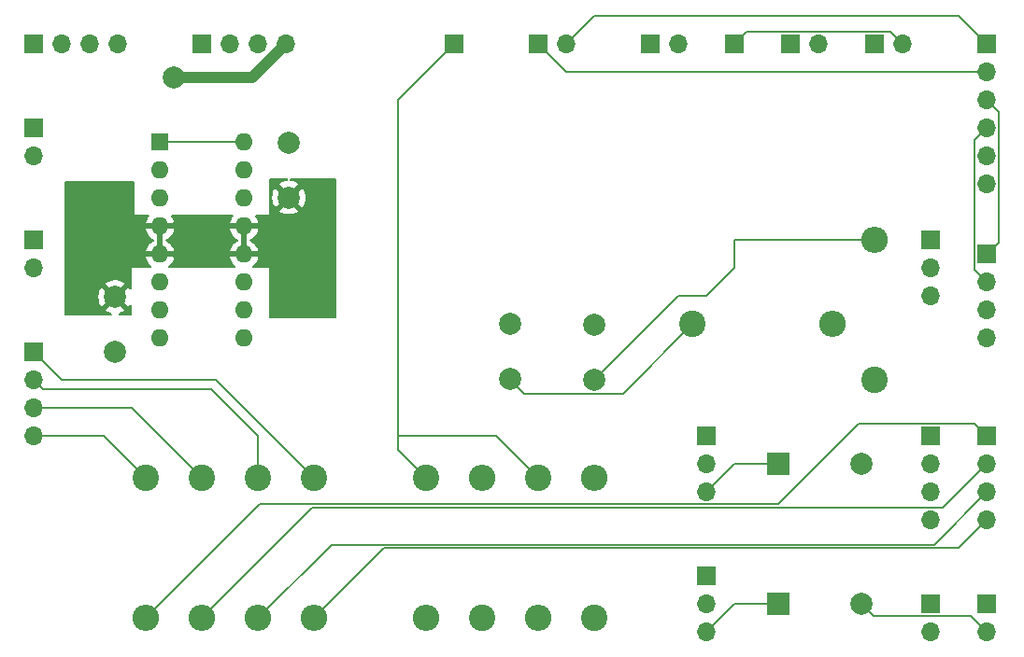
<source format=gbr>
%TF.GenerationSoftware,KiCad,Pcbnew,(7.0.0)*%
%TF.CreationDate,2023-04-26T12:46:46-05:00*%
%TF.ProjectId,test,74657374-2e6b-4696-9361-645f70636258,rev?*%
%TF.SameCoordinates,Original*%
%TF.FileFunction,Copper,L1,Top*%
%TF.FilePolarity,Positive*%
%FSLAX46Y46*%
G04 Gerber Fmt 4.6, Leading zero omitted, Abs format (unit mm)*
G04 Created by KiCad (PCBNEW (7.0.0)) date 2023-04-26 12:46:46*
%MOMM*%
%LPD*%
G01*
G04 APERTURE LIST*
%TA.AperFunction,ComponentPad*%
%ADD10R,1.700000X1.700000*%
%TD*%
%TA.AperFunction,ComponentPad*%
%ADD11O,1.700000X1.700000*%
%TD*%
%TA.AperFunction,ComponentPad*%
%ADD12C,2.000000*%
%TD*%
%TA.AperFunction,ComponentPad*%
%ADD13R,2.000000X2.000000*%
%TD*%
%TA.AperFunction,ComponentPad*%
%ADD14C,2.400000*%
%TD*%
%TA.AperFunction,ComponentPad*%
%ADD15O,2.400000X2.400000*%
%TD*%
%TA.AperFunction,ComponentPad*%
%ADD16R,1.600000X1.600000*%
%TD*%
%TA.AperFunction,ComponentPad*%
%ADD17O,1.600000X1.600000*%
%TD*%
%TA.AperFunction,ViaPad*%
%ADD18C,0.650000*%
%TD*%
%TA.AperFunction,ViaPad*%
%ADD19C,2.000000*%
%TD*%
%TA.AperFunction,Conductor*%
%ADD20C,0.152400*%
%TD*%
%TA.AperFunction,Conductor*%
%ADD21C,1.000000*%
%TD*%
G04 APERTURE END LIST*
D10*
%TO.P,J43,1,Pin_1*%
%TO.N,Net-(J11-Pin_2)*%
X160044999Y-64779999D03*
D11*
%TO.P,J43,2,Pin_2*%
%TO.N,Net-(J11-Pin_1)*%
X160044999Y-67319999D03*
%TO.P,J43,3,Pin_3*%
%TO.N,GND*%
X160044999Y-69859999D03*
%TO.P,J43,4,Pin_4*%
%TO.N,+5V*%
X160044999Y-72399999D03*
%TD*%
D12*
%TO.P,C5,1*%
%TO.N,GND*%
X81026000Y-68660000D03*
%TO.P,C5,2*%
%TO.N,VCC*%
X81026000Y-73660000D03*
%TD*%
D10*
%TO.P,J9,1,Pin_1*%
%TO.N,Net-(J9-Pin_1)*%
X160019999Y-81279999D03*
D11*
%TO.P,J9,2,Pin_2*%
%TO.N,Net-(J9-Pin_2)*%
X160019999Y-83819999D03*
%TO.P,J9,3,Pin_3*%
%TO.N,Net-(J9-Pin_3)*%
X160019999Y-86359999D03*
%TO.P,J9,4,Pin_4*%
%TO.N,Net-(J9-Pin_4)*%
X160019999Y-88899999D03*
%TD*%
D13*
%TO.P,C1,1*%
%TO.N,Net-(Q2-C)*%
X141162322Y-83819999D03*
D12*
%TO.P,C1,2*%
%TO.N,Net-(J3-Pin_2)*%
X148662323Y-83820000D03*
%TD*%
D10*
%TO.P,J7,1,Pin_1*%
%TO.N,Net-(J6-Pin_3)*%
X142239999Y-45719999D03*
D11*
%TO.P,J7,2,Pin_2*%
%TO.N,Net-(J6-Pin_1)*%
X144779999Y-45719999D03*
%TD*%
D10*
%TO.P,M1,1*%
%TO.N,Net-(U1-2Y)*%
X88899999Y-45719999D03*
D11*
%TO.P,M1,2,-*%
%TO.N,Net-(M1--)*%
X91439999Y-45719999D03*
%TO.P,M1,3*%
%TO.N,Net-(U1-4Y)*%
X93979999Y-45719999D03*
%TO.P,M1,4*%
%TO.N,Net-(U1-1Y)*%
X96519999Y-45719999D03*
%TD*%
D10*
%TO.P,J6,1,Pin_1*%
%TO.N,Net-(J6-Pin_1)*%
X154939999Y-63499999D03*
D11*
%TO.P,J6,2,Pin_2*%
%TO.N,+5V*%
X154939999Y-66039999D03*
%TO.P,J6,3,Pin_3*%
%TO.N,Net-(J6-Pin_3)*%
X154939999Y-68579999D03*
%TD*%
D14*
%TO.P,R2,1*%
%TO.N,Net-(J15-Pin_2)*%
X93980000Y-85090000D03*
D15*
%TO.P,R2,2*%
%TO.N,Net-(J9-Pin_3)*%
X93979999Y-97789999D03*
%TD*%
D14*
%TO.P,R3,1*%
%TO.N,Net-(J15-Pin_3)*%
X88900000Y-85090000D03*
D15*
%TO.P,R3,2*%
%TO.N,Net-(J9-Pin_2)*%
X88899999Y-97789999D03*
%TD*%
D10*
%TO.P,J3,1,Pin_1*%
%TO.N,GND*%
X154939999Y-96519999D03*
D11*
%TO.P,J3,2,Pin_2*%
%TO.N,Net-(J3-Pin_2)*%
X154939999Y-99059999D03*
%TD*%
D10*
%TO.P,J1,1,Pin_1*%
%TO.N,Net-(J1-Pin_1)*%
X73659999Y-45719999D03*
D11*
%TO.P,J1,2,Pin_2*%
%TO.N,Net-(J1-Pin_2)*%
X76199999Y-45719999D03*
%TO.P,J1,3,Pin_3*%
%TO.N,Net-(J1-Pin_3)*%
X78739999Y-45719999D03*
%TO.P,J1,4,Pin_4*%
%TO.N,Net-(J1-Pin_4)*%
X81279999Y-45719999D03*
%TD*%
D14*
%TO.P,R1,1*%
%TO.N,Net-(J15-Pin_1)*%
X99060000Y-85090000D03*
D15*
%TO.P,R1,2*%
%TO.N,Net-(J9-Pin_4)*%
X99059999Y-97789999D03*
%TD*%
D10*
%TO.P,J5,1,Pin_1*%
%TO.N,+5V*%
X73659999Y-63499999D03*
D11*
%TO.P,J5,2,Pin_2*%
%TO.N,GND*%
X73659999Y-66039999D03*
%TD*%
D10*
%TO.P,J35,1,Pin_1*%
%TO.N,Net-(J35-Pin_1)*%
X111759999Y-45719999D03*
%TD*%
%TO.P,J14,1,Pin_1*%
%TO.N,Net-(J13-Pin_2)*%
X119379999Y-45719999D03*
D11*
%TO.P,J14,2,Pin_2*%
%TO.N,Net-(J13-Pin_1)*%
X121919999Y-45719999D03*
%TD*%
D14*
%TO.P,R10,1*%
%TO.N,GND*%
X149860000Y-76200000D03*
D15*
%TO.P,R10,2*%
%TO.N,Net-(J6-Pin_3)*%
X149859999Y-63499999D03*
%TD*%
D10*
%TO.P,Q2,1,E*%
%TO.N,GND*%
X134619999Y-81279999D03*
D11*
%TO.P,Q2,2,B*%
%TO.N,Net-(Q2-B)*%
X134619999Y-83819999D03*
%TO.P,Q2,3,C*%
%TO.N,Net-(Q2-C)*%
X134619999Y-86359999D03*
%TD*%
D14*
%TO.P,R6,1*%
%TO.N,Net-(J35-Pin_1)*%
X119380000Y-85090000D03*
D15*
%TO.P,R6,2*%
%TO.N,Net-(Q1-B)*%
X119379999Y-97789999D03*
%TD*%
D10*
%TO.P,J11,1,Pin_1*%
%TO.N,Net-(J11-Pin_1)*%
X129539999Y-45719999D03*
D11*
%TO.P,J11,2,Pin_2*%
%TO.N,Net-(J11-Pin_2)*%
X132079999Y-45719999D03*
%TD*%
D14*
%TO.P,R5,1*%
%TO.N,Net-(J35-Pin_1)*%
X109220000Y-85090000D03*
D15*
%TO.P,R5,2*%
%TO.N,Net-(Q2-B)*%
X109219999Y-97789999D03*
%TD*%
D10*
%TO.P,J2,1,Pin_1*%
%TO.N,+5V*%
X149859999Y-45719999D03*
D11*
%TO.P,J2,2,Pin_2*%
%TO.N,Net-(J2-Pin_2)*%
X152399999Y-45719999D03*
%TD*%
D10*
%TO.P,J15,1,Pin_1*%
%TO.N,Net-(J15-Pin_1)*%
X73659999Y-73659999D03*
D11*
%TO.P,J15,2,Pin_2*%
%TO.N,Net-(J15-Pin_2)*%
X73659999Y-76199999D03*
%TO.P,J15,3,Pin_3*%
%TO.N,Net-(J15-Pin_3)*%
X73659999Y-78739999D03*
%TO.P,J15,4,Pin_4*%
%TO.N,Net-(J15-Pin_4)*%
X73659999Y-81279999D03*
%TD*%
D12*
%TO.P,C3,1*%
%TO.N,GND*%
X116840000Y-71120000D03*
%TO.P,C3,2*%
%TO.N,Net-(J6-Pin_1)*%
X116840000Y-76120000D03*
%TD*%
D14*
%TO.P,R9,1*%
%TO.N,Net-(J6-Pin_1)*%
X133350000Y-71120000D03*
D15*
%TO.P,R9,2*%
%TO.N,GND*%
X146049999Y-71119999D03*
%TD*%
D10*
%TO.P,J13,1,Pin_1*%
%TO.N,Net-(J13-Pin_1)*%
X160019999Y-45719999D03*
D11*
%TO.P,J13,2,Pin_2*%
%TO.N,Net-(J13-Pin_2)*%
X160019999Y-48259999D03*
%TO.P,J13,3,Pin_3*%
%TO.N,Net-(J11-Pin_2)*%
X160019999Y-50799999D03*
%TO.P,J13,4,Pin_4*%
%TO.N,Net-(J11-Pin_1)*%
X160019999Y-53339999D03*
%TO.P,J13,5,Pin_5*%
%TO.N,GND*%
X160019999Y-55879999D03*
%TO.P,J13,6,Pin_6*%
%TO.N,+5V*%
X160019999Y-58419999D03*
%TD*%
D10*
%TO.P,Q1,1,E*%
%TO.N,GND*%
X134619999Y-93979999D03*
D11*
%TO.P,Q1,2,B*%
%TO.N,Net-(Q1-B)*%
X134619999Y-96519999D03*
%TO.P,Q1,3,C*%
%TO.N,Net-(Q1-C)*%
X134619999Y-99059999D03*
%TD*%
D12*
%TO.P,C4,1*%
%TO.N,Net-(J6-Pin_3)*%
X124460000Y-76200000D03*
%TO.P,C4,2*%
%TO.N,GND*%
X124460000Y-71200000D03*
%TD*%
D10*
%TO.P,J4,1,Pin_1*%
%TO.N,GND*%
X160019999Y-96519999D03*
D11*
%TO.P,J4,2,Pin_2*%
%TO.N,Net-(J4-Pin_2)*%
X160019999Y-99059999D03*
%TD*%
D12*
%TO.P,C6,1*%
%TO.N,GND*%
X96774000Y-59650000D03*
%TO.P,C6,2*%
%TO.N,+5V*%
X96774000Y-54650000D03*
%TD*%
D14*
%TO.P,R8,1*%
%TO.N,Net-(Q2-C)*%
X124460000Y-97790000D03*
D15*
%TO.P,R8,2*%
%TO.N,+5V*%
X124459999Y-85089999D03*
%TD*%
D14*
%TO.P,R4,1*%
%TO.N,Net-(J15-Pin_4)*%
X83820000Y-85090000D03*
D15*
%TO.P,R4,2*%
%TO.N,Net-(J9-Pin_1)*%
X83819999Y-97789999D03*
%TD*%
D10*
%TO.P,J10,1,Pin_1*%
%TO.N,GND*%
X154964999Y-81279999D03*
D11*
%TO.P,J10,2,Pin_2*%
X154964999Y-83819999D03*
%TO.P,J10,3,Pin_3*%
X154964999Y-86359999D03*
%TO.P,J10,4,Pin_4*%
X154964999Y-88899999D03*
%TD*%
D10*
%TO.P,J42,1,Pin_1*%
%TO.N,Net-(J2-Pin_2)*%
X137159999Y-45719999D03*
%TD*%
D16*
%TO.P,U1,1,EN1\u002C2*%
%TO.N,+5V*%
X85099999Y-54624999D03*
D17*
%TO.P,U1,2,1A*%
%TO.N,Net-(J1-Pin_1)*%
X85099999Y-57164999D03*
%TO.P,U1,3,1Y*%
%TO.N,Net-(U1-1Y)*%
X85099999Y-59704999D03*
%TO.P,U1,4,GND*%
%TO.N,GND*%
X85099999Y-62244999D03*
%TO.P,U1,5,GND*%
X85099999Y-64784999D03*
%TO.P,U1,6,2Y*%
%TO.N,Net-(U1-2Y)*%
X85099999Y-67324999D03*
%TO.P,U1,7,2A*%
%TO.N,Net-(J1-Pin_2)*%
X85099999Y-69864999D03*
%TO.P,U1,8,VCC2*%
%TO.N,VCC*%
X85099999Y-72404999D03*
%TO.P,U1,9,EN3\u002C4*%
%TO.N,+5V*%
X92719999Y-72404999D03*
%TO.P,U1,10,3A*%
%TO.N,Net-(J1-Pin_3)*%
X92719999Y-69864999D03*
%TO.P,U1,11,3Y*%
%TO.N,Net-(M1--)*%
X92719999Y-67324999D03*
%TO.P,U1,12,GND*%
%TO.N,GND*%
X92719999Y-64784999D03*
%TO.P,U1,13,GND*%
X92719999Y-62244999D03*
%TO.P,U1,14,4Y*%
%TO.N,Net-(U1-4Y)*%
X92719999Y-59704999D03*
%TO.P,U1,15,4A*%
%TO.N,Net-(J1-Pin_4)*%
X92719999Y-57164999D03*
%TO.P,U1,16,VCC1*%
%TO.N,+5V*%
X92719999Y-54624999D03*
%TD*%
D10*
%TO.P,J12,1,Pin_1*%
%TO.N,VCC*%
X73659999Y-53339999D03*
D11*
%TO.P,J12,2,Pin_2*%
%TO.N,GND*%
X73659999Y-55879999D03*
%TD*%
D14*
%TO.P,R7,1*%
%TO.N,Net-(Q1-C)*%
X114300000Y-97790000D03*
D15*
%TO.P,R7,2*%
%TO.N,+5V*%
X114299999Y-85089999D03*
%TD*%
D13*
%TO.P,C2,1*%
%TO.N,Net-(Q1-C)*%
X141162322Y-96519999D03*
D12*
%TO.P,C2,2*%
%TO.N,Net-(J4-Pin_2)*%
X148662323Y-96520000D03*
%TD*%
D18*
%TO.N,GND*%
X90932000Y-62992000D03*
X87630000Y-62992000D03*
X96774000Y-63246000D03*
X96774000Y-67564000D03*
X95758000Y-66548000D03*
X97790000Y-67564000D03*
X89916000Y-64008000D03*
X99822000Y-63246000D03*
X97790000Y-63246000D03*
X96774000Y-68580000D03*
X94742000Y-65278000D03*
X94742000Y-63246000D03*
X95758000Y-68580000D03*
X95758000Y-64262000D03*
X87630000Y-61976000D03*
X95758000Y-63246000D03*
X96774000Y-66548000D03*
X94742000Y-62230000D03*
X89916000Y-61976000D03*
X97790000Y-62230000D03*
X81280000Y-59690000D03*
X98806000Y-64262000D03*
X98806000Y-65278000D03*
X97790000Y-65278000D03*
X96774000Y-69596000D03*
X86614000Y-62992000D03*
X95758000Y-62230000D03*
X90932000Y-61976000D03*
X90932000Y-64008000D03*
X86614000Y-65024000D03*
X97790000Y-68580000D03*
X98806000Y-62230000D03*
X87630000Y-65024000D03*
X99822000Y-62230000D03*
X81280000Y-63754000D03*
X89916000Y-62992000D03*
X98806000Y-66548000D03*
X81280000Y-64770000D03*
X95758000Y-67564000D03*
X81280000Y-60706000D03*
X97790000Y-66548000D03*
X98806000Y-69596000D03*
X81280000Y-62738000D03*
X99822000Y-64262000D03*
X97790000Y-64262000D03*
X94742000Y-64262000D03*
X96774000Y-62230000D03*
X87630000Y-64008000D03*
X96774000Y-65278000D03*
X81280000Y-58674000D03*
X98806000Y-63246000D03*
X81280000Y-65786000D03*
X81280000Y-61722000D03*
X95758000Y-69596000D03*
X98806000Y-67564000D03*
X97790000Y-69596000D03*
X95758000Y-65278000D03*
X86614000Y-64008000D03*
X96774000Y-64262000D03*
X98806000Y-68580000D03*
X99822000Y-65278000D03*
X86614000Y-61976000D03*
D19*
%TO.N,Net-(U1-1Y)*%
X86360000Y-48768000D03*
%TD*%
D20*
%TO.N,Net-(Q2-C)*%
X137160000Y-83820000D02*
X141162323Y-83820000D01*
X134620000Y-86360000D02*
X137160000Y-83820000D01*
%TO.N,Net-(Q1-C)*%
X137160000Y-96520000D02*
X141162323Y-96520000D01*
X134620000Y-99060000D02*
X137160000Y-96520000D01*
%TO.N,Net-(J4-Pin_2)*%
X148662323Y-96520000D02*
X149740923Y-97598600D01*
X158558600Y-97598600D02*
X160020000Y-99060000D01*
X149740923Y-97598600D02*
X158558600Y-97598600D01*
%TO.N,Net-(J2-Pin_2)*%
X137160000Y-45720000D02*
X138238600Y-44641400D01*
X151321400Y-44641400D02*
X152400000Y-45720000D01*
X138238600Y-44641400D02*
X151321400Y-44641400D01*
%TO.N,Net-(J9-Pin_1)*%
X158941400Y-80201400D02*
X160020000Y-81280000D01*
X148398600Y-80201400D02*
X158941400Y-80201400D01*
X141161400Y-87438600D02*
X148398600Y-80201400D01*
X83820000Y-97790000D02*
X94171400Y-87438600D01*
X94171400Y-87438600D02*
X141161400Y-87438600D01*
%TO.N,Net-(J9-Pin_2)*%
X88900000Y-97790000D02*
X98868600Y-87821400D01*
X156018600Y-87821400D02*
X160020000Y-83820000D01*
X98868600Y-87821400D02*
X156018600Y-87821400D01*
%TO.N,Net-(J9-Pin_3)*%
X100634800Y-91135200D02*
X155244800Y-91135200D01*
X93980000Y-97790000D02*
X100634800Y-91135200D01*
X155244800Y-91135200D02*
X160020000Y-86360000D01*
%TO.N,Net-(J9-Pin_4)*%
X105410000Y-91440000D02*
X157480000Y-91440000D01*
X99060000Y-97790000D02*
X105410000Y-91440000D01*
X157480000Y-91440000D02*
X160020000Y-88900000D01*
%TO.N,Net-(J11-Pin_1)*%
X158941400Y-66216400D02*
X158941400Y-54418600D01*
X158941400Y-54418600D02*
X160020000Y-53340000D01*
X160045000Y-67320000D02*
X158941400Y-66216400D01*
%TO.N,Net-(J11-Pin_2)*%
X160020000Y-50800000D02*
X161098600Y-51878600D01*
X161098600Y-51878600D02*
X161098600Y-63726400D01*
X161098600Y-63726400D02*
X160045000Y-64780000D01*
%TO.N,Net-(J13-Pin_1)*%
X157480000Y-43180000D02*
X160020000Y-45720000D01*
X124460000Y-43180000D02*
X157480000Y-43180000D01*
X121920000Y-45720000D02*
X124460000Y-43180000D01*
%TO.N,Net-(J13-Pin_2)*%
X119380000Y-45720000D02*
X121920000Y-48260000D01*
X121920000Y-48260000D02*
X160020000Y-48260000D01*
%TO.N,Net-(J15-Pin_1)*%
X76200000Y-76200000D02*
X83820000Y-76200000D01*
X83069654Y-76200000D02*
X90170000Y-76200000D01*
X73660000Y-73660000D02*
X76200000Y-76200000D01*
X90170000Y-76200000D02*
X99060000Y-85090000D01*
%TO.N,Net-(J15-Pin_2)*%
X93980000Y-81280000D02*
X93980000Y-85090000D01*
X89750000Y-77050000D02*
X93980000Y-81280000D01*
X73660000Y-76200000D02*
X74510000Y-77050000D01*
X74510000Y-77050000D02*
X89750000Y-77050000D01*
%TO.N,Net-(J15-Pin_3)*%
X73660000Y-78740000D02*
X82550000Y-78740000D01*
X82550000Y-78740000D02*
X88900000Y-85090000D01*
%TO.N,Net-(J15-Pin_4)*%
X80010000Y-81280000D02*
X83820000Y-85090000D01*
X73660000Y-81280000D02*
X80010000Y-81280000D01*
%TO.N,Net-(J35-Pin_1)*%
X119380000Y-85090000D02*
X115570000Y-81280000D01*
X115570000Y-81280000D02*
X106680000Y-81280000D01*
X111760000Y-45720000D02*
X106680000Y-50800000D01*
X106680000Y-82550000D02*
X109220000Y-85090000D01*
X106680000Y-50800000D02*
X106680000Y-82550000D01*
D21*
%TO.N,Net-(U1-1Y)*%
X86360000Y-48768000D02*
X93472000Y-48768000D01*
X93472000Y-48768000D02*
X96520000Y-45720000D01*
D20*
%TO.N,+5V*%
X85100000Y-54625000D02*
X91440000Y-54625000D01*
X91440000Y-54625000D02*
X92720000Y-54625000D01*
%TO.N,Net-(J6-Pin_1)*%
X116840000Y-76200000D02*
X118068600Y-77428600D01*
X118068600Y-77428600D02*
X127041400Y-77428600D01*
X127041400Y-77428600D02*
X133350000Y-71120000D01*
%TO.N,Net-(J6-Pin_3)*%
X137160000Y-66040000D02*
X134620000Y-68580000D01*
X132080000Y-68580000D02*
X124460000Y-76200000D01*
X134620000Y-68580000D02*
X132080000Y-68580000D01*
X137160000Y-63500000D02*
X137160000Y-66040000D01*
X149860000Y-63500000D02*
X137160000Y-63500000D01*
%TD*%
%TA.AperFunction,Conductor*%
%TO.N,GND*%
G36*
X96638520Y-57926945D02*
G01*
X96683312Y-57968178D01*
X96703079Y-58025760D01*
X96693059Y-58085810D01*
X96655665Y-58133853D01*
X96599913Y-58158309D01*
X96409568Y-58190071D01*
X96399656Y-58192582D01*
X96174239Y-58269967D01*
X96164885Y-58274070D01*
X95955276Y-58387504D01*
X95946717Y-58393096D01*
X95917854Y-58415560D01*
X95909748Y-58426749D01*
X95916408Y-58438855D01*
X96762457Y-59284904D01*
X96773999Y-59291568D01*
X96785542Y-59284904D01*
X97631590Y-58438855D01*
X97638250Y-58426749D01*
X97630143Y-58415559D01*
X97601286Y-58393099D01*
X97592719Y-58387503D01*
X97383114Y-58274070D01*
X97373760Y-58269967D01*
X97148343Y-58192582D01*
X97138431Y-58190071D01*
X96948087Y-58158309D01*
X96892335Y-58133853D01*
X96854941Y-58085810D01*
X96844921Y-58025760D01*
X96864688Y-57968178D01*
X96909480Y-57926945D01*
X96968497Y-57912000D01*
X100968000Y-57912000D01*
X101030000Y-57928613D01*
X101075387Y-57974000D01*
X101092000Y-58036000D01*
X101092000Y-70488000D01*
X101075387Y-70550000D01*
X101030000Y-70595387D01*
X100968000Y-70612000D01*
X95120000Y-70612000D01*
X95058000Y-70595387D01*
X95012613Y-70550000D01*
X94996000Y-70488000D01*
X94996000Y-66056326D01*
X94996000Y-66040000D01*
X94979674Y-66040000D01*
X93587434Y-66040000D01*
X93527318Y-66024453D01*
X93482276Y-65981710D01*
X93463604Y-65922490D01*
X93475984Y-65861642D01*
X93516311Y-65814425D01*
X93554376Y-65787771D01*
X93562647Y-65780830D01*
X93715830Y-65627647D01*
X93722767Y-65619381D01*
X93847032Y-65441912D01*
X93852420Y-65432580D01*
X93943977Y-65236234D01*
X93947669Y-65226092D01*
X93995179Y-65048780D01*
X93995547Y-65037551D01*
X93984605Y-65035000D01*
X91455395Y-65035000D01*
X91444452Y-65037551D01*
X91444820Y-65048780D01*
X91492330Y-65226092D01*
X91496022Y-65236234D01*
X91587579Y-65432580D01*
X91592967Y-65441912D01*
X91717232Y-65619381D01*
X91724169Y-65627647D01*
X91877352Y-65780830D01*
X91885623Y-65787771D01*
X91923689Y-65814425D01*
X91964016Y-65861642D01*
X91976396Y-65922490D01*
X91957724Y-65981710D01*
X91912682Y-66024453D01*
X91852566Y-66040000D01*
X85967434Y-66040000D01*
X85907318Y-66024453D01*
X85862276Y-65981710D01*
X85843604Y-65922490D01*
X85855984Y-65861642D01*
X85896311Y-65814425D01*
X85934376Y-65787771D01*
X85942647Y-65780830D01*
X86095830Y-65627647D01*
X86102767Y-65619381D01*
X86227032Y-65441912D01*
X86232420Y-65432580D01*
X86323977Y-65236234D01*
X86327669Y-65226092D01*
X86375179Y-65048780D01*
X86375547Y-65037551D01*
X86364605Y-65035000D01*
X83835395Y-65035000D01*
X83824452Y-65037551D01*
X83824820Y-65048780D01*
X83872330Y-65226092D01*
X83876022Y-65236234D01*
X83967579Y-65432580D01*
X83972967Y-65441912D01*
X84097232Y-65619381D01*
X84104169Y-65627647D01*
X84257352Y-65780830D01*
X84265623Y-65787771D01*
X84303689Y-65814425D01*
X84344016Y-65861642D01*
X84356396Y-65922490D01*
X84337724Y-65981710D01*
X84292682Y-66024453D01*
X84232566Y-66040000D01*
X82566326Y-66040000D01*
X82550000Y-66040000D01*
X82550000Y-66056326D01*
X82550000Y-67833657D01*
X82534064Y-67894469D01*
X82490352Y-67939651D01*
X82430100Y-67957589D01*
X82368794Y-67943673D01*
X82322192Y-67901479D01*
X82257002Y-67801699D01*
X82249034Y-67793974D01*
X82239653Y-67799898D01*
X81391095Y-68648457D01*
X81384431Y-68660000D01*
X81391095Y-68671542D01*
X82239653Y-69520100D01*
X82249034Y-69526024D01*
X82257002Y-69518299D01*
X82322192Y-69418521D01*
X82368794Y-69376327D01*
X82430100Y-69362411D01*
X82490353Y-69380349D01*
X82534064Y-69425531D01*
X82550000Y-69486343D01*
X82550000Y-70234000D01*
X82533387Y-70296000D01*
X82488000Y-70341387D01*
X82426000Y-70358000D01*
X81442642Y-70358000D01*
X81376546Y-70338916D01*
X81330795Y-70287538D01*
X81319472Y-70219680D01*
X81346061Y-70156230D01*
X81402379Y-70116719D01*
X81625760Y-70040032D01*
X81635114Y-70035929D01*
X81844723Y-69922495D01*
X81853281Y-69916903D01*
X81882146Y-69894437D01*
X81890250Y-69883250D01*
X81883589Y-69871142D01*
X81037542Y-69025095D01*
X81026000Y-69018431D01*
X81014457Y-69025095D01*
X80168408Y-69871143D01*
X80161749Y-69883248D01*
X80169855Y-69894439D01*
X80198717Y-69916903D01*
X80207279Y-69922496D01*
X80416885Y-70035929D01*
X80426239Y-70040032D01*
X80649621Y-70116719D01*
X80705939Y-70156230D01*
X80732528Y-70219680D01*
X80721205Y-70287538D01*
X80675454Y-70338916D01*
X80609358Y-70358000D01*
X76578000Y-70358000D01*
X76516000Y-70341387D01*
X76470613Y-70296000D01*
X76454000Y-70234000D01*
X76454000Y-68665117D01*
X79521283Y-68665117D01*
X79540962Y-68902618D01*
X79542646Y-68912712D01*
X79601153Y-69143747D01*
X79604472Y-69153414D01*
X79700208Y-69371673D01*
X79705070Y-69380656D01*
X79794999Y-69518304D01*
X79802963Y-69526024D01*
X79812345Y-69520100D01*
X80660904Y-68671542D01*
X80667568Y-68660000D01*
X80660904Y-68648457D01*
X79812345Y-67799898D01*
X79802964Y-67793974D01*
X79794997Y-67801699D01*
X79705072Y-67939338D01*
X79700207Y-67948328D01*
X79604472Y-68166585D01*
X79601153Y-68176252D01*
X79542646Y-68407287D01*
X79540962Y-68417381D01*
X79521283Y-68654883D01*
X79521283Y-68665117D01*
X76454000Y-68665117D01*
X76454000Y-67436749D01*
X80161748Y-67436749D01*
X80168408Y-67448855D01*
X81014457Y-68294904D01*
X81025999Y-68301568D01*
X81037542Y-68294904D01*
X81883590Y-67448855D01*
X81890250Y-67436749D01*
X81882143Y-67425559D01*
X81853286Y-67403099D01*
X81844719Y-67397503D01*
X81635114Y-67284070D01*
X81625760Y-67279967D01*
X81400343Y-67202582D01*
X81390431Y-67200071D01*
X81155356Y-67160844D01*
X81145161Y-67160000D01*
X80906839Y-67160000D01*
X80896643Y-67160844D01*
X80661568Y-67200071D01*
X80651656Y-67202582D01*
X80426239Y-67279967D01*
X80416885Y-67284070D01*
X80207276Y-67397504D01*
X80198717Y-67403096D01*
X80169854Y-67425560D01*
X80161748Y-67436749D01*
X76454000Y-67436749D01*
X76454000Y-64532448D01*
X83824452Y-64532448D01*
X83835395Y-64535000D01*
X84833674Y-64535000D01*
X84846549Y-64531549D01*
X84850000Y-64518674D01*
X85350000Y-64518674D01*
X85353450Y-64531549D01*
X85366326Y-64535000D01*
X86364605Y-64535000D01*
X86375547Y-64532448D01*
X91444452Y-64532448D01*
X91455395Y-64535000D01*
X92453674Y-64535000D01*
X92466549Y-64531549D01*
X92470000Y-64518674D01*
X92970000Y-64518674D01*
X92973450Y-64531549D01*
X92986326Y-64535000D01*
X93984605Y-64535000D01*
X93995547Y-64532448D01*
X93995179Y-64521219D01*
X93947669Y-64343907D01*
X93943977Y-64333765D01*
X93852420Y-64137419D01*
X93847032Y-64128087D01*
X93722767Y-63950618D01*
X93715830Y-63942352D01*
X93562647Y-63789169D01*
X93554381Y-63782232D01*
X93376912Y-63657967D01*
X93367576Y-63652577D01*
X93313544Y-63627382D01*
X93261368Y-63581625D01*
X93241948Y-63515000D01*
X93261368Y-63448375D01*
X93313544Y-63402618D01*
X93367576Y-63377422D01*
X93376912Y-63372032D01*
X93554381Y-63247767D01*
X93562647Y-63240830D01*
X93715830Y-63087647D01*
X93722767Y-63079381D01*
X93847032Y-62901912D01*
X93852420Y-62892580D01*
X93943977Y-62696234D01*
X93947669Y-62686092D01*
X93995179Y-62508780D01*
X93995547Y-62497551D01*
X93984605Y-62495000D01*
X92986326Y-62495000D01*
X92973450Y-62498450D01*
X92970000Y-62511326D01*
X92970000Y-64518674D01*
X92470000Y-64518674D01*
X92470000Y-62511326D01*
X92466549Y-62498450D01*
X92453674Y-62495000D01*
X91455395Y-62495000D01*
X91444452Y-62497551D01*
X91444820Y-62508780D01*
X91492330Y-62686092D01*
X91496022Y-62696234D01*
X91587579Y-62892580D01*
X91592967Y-62901912D01*
X91717232Y-63079381D01*
X91724169Y-63087647D01*
X91877352Y-63240830D01*
X91885618Y-63247767D01*
X92063087Y-63372032D01*
X92072419Y-63377420D01*
X92126456Y-63402618D01*
X92178632Y-63448375D01*
X92198051Y-63515000D01*
X92178632Y-63581625D01*
X92126456Y-63627382D01*
X92072419Y-63652579D01*
X92063087Y-63657967D01*
X91885618Y-63782232D01*
X91877352Y-63789169D01*
X91724169Y-63942352D01*
X91717232Y-63950618D01*
X91592967Y-64128087D01*
X91587579Y-64137419D01*
X91496022Y-64333765D01*
X91492330Y-64343907D01*
X91444820Y-64521219D01*
X91444452Y-64532448D01*
X86375547Y-64532448D01*
X86375179Y-64521219D01*
X86327669Y-64343907D01*
X86323977Y-64333765D01*
X86232420Y-64137419D01*
X86227032Y-64128087D01*
X86102767Y-63950618D01*
X86095830Y-63942352D01*
X85942647Y-63789169D01*
X85934381Y-63782232D01*
X85756912Y-63657967D01*
X85747576Y-63652577D01*
X85693544Y-63627382D01*
X85641368Y-63581625D01*
X85621948Y-63515000D01*
X85641368Y-63448375D01*
X85693544Y-63402618D01*
X85747576Y-63377422D01*
X85756912Y-63372032D01*
X85934381Y-63247767D01*
X85942647Y-63240830D01*
X86095830Y-63087647D01*
X86102767Y-63079381D01*
X86227032Y-62901912D01*
X86232420Y-62892580D01*
X86323977Y-62696234D01*
X86327669Y-62686092D01*
X86375179Y-62508780D01*
X86375547Y-62497551D01*
X86364605Y-62495000D01*
X85366326Y-62495000D01*
X85353450Y-62498450D01*
X85350000Y-62511326D01*
X85350000Y-64518674D01*
X84850000Y-64518674D01*
X84850000Y-62511326D01*
X84846549Y-62498450D01*
X84833674Y-62495000D01*
X83835395Y-62495000D01*
X83824452Y-62497551D01*
X83824820Y-62508780D01*
X83872330Y-62686092D01*
X83876022Y-62696234D01*
X83967579Y-62892580D01*
X83972967Y-62901912D01*
X84097232Y-63079381D01*
X84104169Y-63087647D01*
X84257352Y-63240830D01*
X84265618Y-63247767D01*
X84443087Y-63372032D01*
X84452419Y-63377420D01*
X84506456Y-63402618D01*
X84558632Y-63448375D01*
X84578051Y-63515000D01*
X84558632Y-63581625D01*
X84506456Y-63627382D01*
X84452419Y-63652579D01*
X84443087Y-63657967D01*
X84265618Y-63782232D01*
X84257352Y-63789169D01*
X84104169Y-63942352D01*
X84097232Y-63950618D01*
X83972967Y-64128087D01*
X83967579Y-64137419D01*
X83876022Y-64333765D01*
X83872330Y-64343907D01*
X83824820Y-64521219D01*
X83824452Y-64532448D01*
X76454000Y-64532448D01*
X76454000Y-58290000D01*
X76470613Y-58228000D01*
X76516000Y-58182613D01*
X76578000Y-58166000D01*
X82680000Y-58166000D01*
X82742000Y-58182613D01*
X82787387Y-58228000D01*
X82804000Y-58290000D01*
X82804000Y-61214000D01*
X82820326Y-61214000D01*
X83996704Y-61214000D01*
X84061032Y-61231991D01*
X84106693Y-61280743D01*
X84120439Y-61346110D01*
X84098279Y-61409123D01*
X83972970Y-61588081D01*
X83967579Y-61597419D01*
X83876022Y-61793765D01*
X83872330Y-61803907D01*
X83824820Y-61981219D01*
X83824452Y-61992448D01*
X83835395Y-61995000D01*
X86364605Y-61995000D01*
X86375547Y-61992448D01*
X86375179Y-61981219D01*
X86327669Y-61803907D01*
X86323977Y-61793765D01*
X86232420Y-61597419D01*
X86227029Y-61588081D01*
X86101721Y-61409123D01*
X86079561Y-61346110D01*
X86093307Y-61280743D01*
X86138968Y-61231991D01*
X86203296Y-61214000D01*
X91616704Y-61214000D01*
X91681032Y-61231991D01*
X91726693Y-61280743D01*
X91740439Y-61346110D01*
X91718279Y-61409123D01*
X91592970Y-61588081D01*
X91587579Y-61597419D01*
X91496022Y-61793765D01*
X91492330Y-61803907D01*
X91444820Y-61981219D01*
X91444452Y-61992448D01*
X91455395Y-61995000D01*
X93984605Y-61995000D01*
X93995547Y-61992448D01*
X93995179Y-61981219D01*
X93947669Y-61803907D01*
X93943977Y-61793765D01*
X93852420Y-61597419D01*
X93847029Y-61588081D01*
X93721721Y-61409123D01*
X93699561Y-61346110D01*
X93713307Y-61280743D01*
X93758968Y-61231991D01*
X93823296Y-61214000D01*
X94979674Y-61214000D01*
X94996000Y-61214000D01*
X94996000Y-60873248D01*
X95909749Y-60873248D01*
X95917855Y-60884439D01*
X95946717Y-60906903D01*
X95955279Y-60912496D01*
X96164885Y-61025929D01*
X96174239Y-61030032D01*
X96399656Y-61107417D01*
X96409568Y-61109928D01*
X96644643Y-61149155D01*
X96654839Y-61150000D01*
X96893161Y-61150000D01*
X96903356Y-61149155D01*
X97138431Y-61109928D01*
X97148343Y-61107417D01*
X97373760Y-61030032D01*
X97383114Y-61025929D01*
X97592723Y-60912495D01*
X97601281Y-60906903D01*
X97630146Y-60884437D01*
X97638250Y-60873250D01*
X97631589Y-60861142D01*
X96785542Y-60015095D01*
X96774000Y-60008431D01*
X96762457Y-60015095D01*
X95916408Y-60861143D01*
X95909749Y-60873248D01*
X94996000Y-60873248D01*
X94996000Y-59655117D01*
X95269283Y-59655117D01*
X95288962Y-59892618D01*
X95290646Y-59902712D01*
X95349153Y-60133747D01*
X95352472Y-60143414D01*
X95448208Y-60361673D01*
X95453070Y-60370656D01*
X95542999Y-60508304D01*
X95550963Y-60516024D01*
X95560345Y-60510100D01*
X96408904Y-59661542D01*
X96415568Y-59650000D01*
X97132431Y-59650000D01*
X97139095Y-59661542D01*
X97987653Y-60510100D01*
X97997034Y-60516024D01*
X98005002Y-60508299D01*
X98094924Y-60370664D01*
X98099792Y-60361669D01*
X98195527Y-60143414D01*
X98198846Y-60133747D01*
X98257353Y-59902712D01*
X98259037Y-59892618D01*
X98278717Y-59655117D01*
X98278717Y-59644883D01*
X98259037Y-59407381D01*
X98257353Y-59397287D01*
X98198846Y-59166252D01*
X98195527Y-59156585D01*
X98099792Y-58938330D01*
X98094924Y-58929335D01*
X98005002Y-58791699D01*
X97997034Y-58783974D01*
X97987653Y-58789898D01*
X97139095Y-59638457D01*
X97132431Y-59650000D01*
X96415568Y-59650000D01*
X96408904Y-59638457D01*
X95560345Y-58789898D01*
X95550964Y-58783974D01*
X95542997Y-58791699D01*
X95453072Y-58929338D01*
X95448207Y-58938328D01*
X95352472Y-59156585D01*
X95349153Y-59166252D01*
X95290646Y-59397287D01*
X95288962Y-59407381D01*
X95269283Y-59644883D01*
X95269283Y-59655117D01*
X94996000Y-59655117D01*
X94996000Y-58036000D01*
X95012613Y-57974000D01*
X95058000Y-57928613D01*
X95120000Y-57912000D01*
X96579503Y-57912000D01*
X96638520Y-57926945D01*
G37*
%TD.AperFunction*%
%TD*%
M02*

</source>
